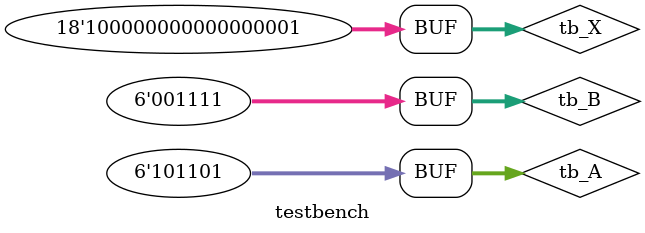
<source format=v>
module testbench;
    reg [17:0] tb_X;
    wire [5:0] tb_mod;
    
    reg[5:0] tb_A;
    reg[5:0] tb_B;
    wire [5:0] tb_mul;

    initial begin
        tb_X = 'd131073;

        tb_A = 'd45;
        tb_B = 'd15;

        $monitor("%0d mod %0d = %0d\n(%0d * %0d) mod %0d = %0d", tb_X, 47, tb_mod, tb_A, tb_B, 47, tb_mul);
        #5;
    end

    ModuloComputation mod (.X (tb_X),
                            .out_vec (tb_mod));

    ModuloMultiplication mul (.A (tb_A),
                                .B (tb_B),
                                .R (tb_mul));

endmodule

</source>
